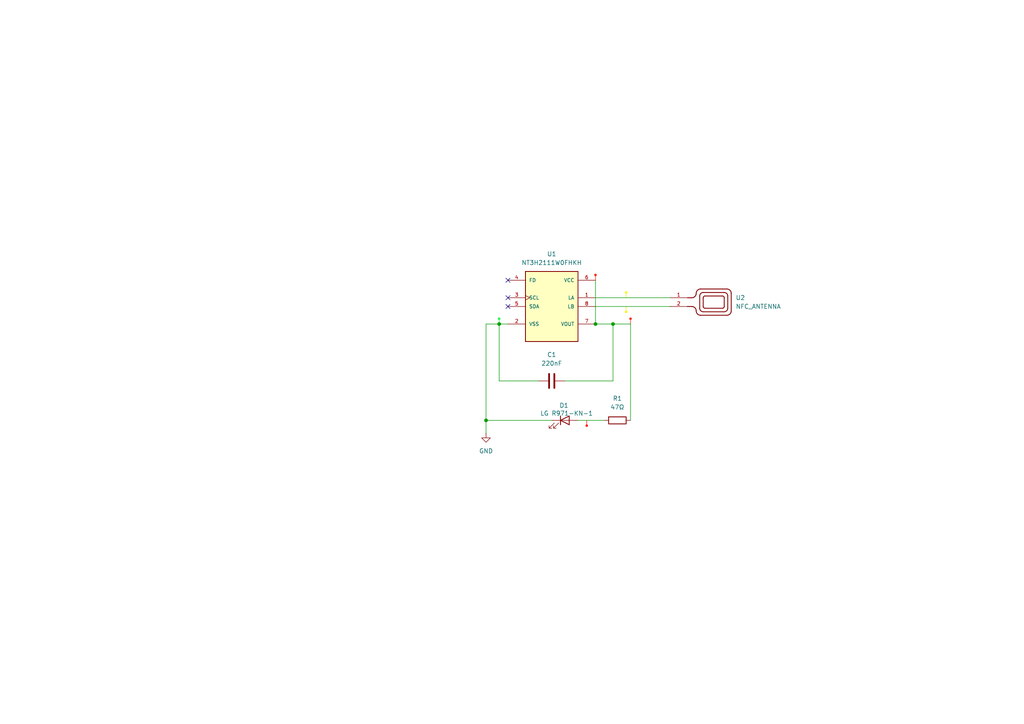
<source format=kicad_sch>
(kicad_sch (version 20231120) (generator "eeschema") (generator_version "8.0")
  (paper "A4")
  (lib_symbols
    (symbol "Device:C" (pin_numbers hide) (pin_names (offset 0.254))
      (property "Reference" "C" (at 0.635 2.54 0))
      (property "Value" "C" (at 0.635 -2.54 0))
      (symbol "C_0_1"
        (polyline (pts (xy -2.032 -0.762) (xy 2.032 -0.762)) (stroke (width 0.508)))
        (polyline (pts (xy -2.032 0.762) (xy 2.032 0.762)) (stroke (width 0.508)))
      )
      (symbol "C_1_1"
        (pin passive line (at 0 3.81 270) (length 2.794) (name "~") (number "1"))
        (pin passive line (at 0 -3.81 90) (length 2.794) (name "~") (number "2"))
      )
    )
    (symbol "Device:LED" (pin_numbers hide) (pin_names (offset 1.016) hide)
      (property "Reference" "D" (at 0 2.54 0))
      (property "Value" "LED" (at 0 -2.54 0))
      (symbol "LED_0_1"
        (polyline (pts (xy -1.27 -1.27) (xy -1.27 1.27)) (stroke (width 0.254)))
        (polyline (pts (xy -1.27 0) (xy 1.27 0)))
        (polyline (pts (xy 1.27 -1.27) (xy 1.27 1.27) (xy -1.27 0) (xy 1.27 -1.27)) (stroke (width 0.254)))
        (polyline (pts (xy -3.048 -0.762) (xy -4.572 -2.286) (xy -3.81 -2.286) (xy -4.572 -2.286) (xy -4.572 -1.524)))
        (polyline (pts (xy -1.778 -0.762) (xy -3.302 -2.286) (xy -2.54 -2.286) (xy -3.302 -2.286) (xy -3.302 -1.524)))
      )
      (symbol "LED_1_1"
        (pin passive line (at -3.81 0 0) (length 2.54) (name "K") (number "1"))
        (pin passive line (at 3.81 0 180) (length 2.54) (name "A") (number "2"))
      )
    )
    (symbol "Device:R" (pin_numbers hide) (pin_names (offset 0))
      (property "Reference" "R" (at 2.032 0 90))
      (property "Value" "R" (at 0 0 90))
      (symbol "R_0_1"
        (rectangle (start -1.016 -2.54) (end 1.016 2.54) (stroke (width 0.254)))
      )
      (symbol "R_1_1"
        (pin passive line (at 0 3.81 270) (length 1.27) (name "~") (number "1"))
        (pin passive line (at 0 -3.81 90) (length 1.27) (name "~") (number "2"))
      )
    )
    (symbol "NFC_ANTENNA:NFC_ANTENNA" (pin_names (offset 1.016))
      (property "Reference" "U" (at 2.54 -0.508 0))
      (property "Value" "NFC_ANTENNA" (at 2.54 9.398 0))
      (symbol "NFC_ANTENNA_0_0"
        (arc (start -6.35 5.08) (mid -5.452 5.452) (end -5.08 6.35) (stroke (width 0.254)))
        (arc (start -5.08 1.27) (mid -5.452 2.168) (end -6.35 2.54) (stroke (width 0.254)))
        (arc (start -5.08 1.27) (mid -4.708 0.372) (end -3.81 0) (stroke (width 0.254)))
        (arc (start -4.064 2.032) (mid -3.7664 1.3136) (end -3.048 1.016) (stroke (width 0.254)))
        (arc (start -3.81 7.62) (mid -4.708 7.248) (end -5.08 6.35) (stroke (width 0.254)))
        (arc (start -3.048 2.54) (mid -2.8992 2.1808) (end -2.54 2.032) (stroke (width 0.254)))
        (arc (start -3.048 6.604) (mid -3.7664 6.3064) (end -4.064 5.588) (stroke (width 0.254)))
        (arc (start -2.54 5.588) (mid -2.8992 5.4392) (end -3.048 5.08) (stroke (width 0.254)))
        (polyline (pts (xy -7.62 5.08) (xy -6.35 5.08)) (stroke (width 0.254)))
        (polyline (pts (xy -6.35 2.54) (xy -7.62 2.54)) (stroke (width 0.254)))
        (polyline (pts (xy -4.064 2.032) (xy -4.064 5.588)) (stroke (width 0.254)))
        (polyline (pts (xy -3.81 7.62) (xy 2.54 7.62)) (stroke (width 0.254)))
        (polyline (pts (xy -3.048 1.016) (xy 3.048 1.016)) (stroke (width 0.254)))
        (polyline (pts (xy -3.048 2.54) (xy -3.048 5.08)) (stroke (width 0.254)))
        (polyline (pts (xy -3.048 6.604) (xy 3.048 6.604)) (stroke (width 0.254)))
        (polyline (pts (xy 2.54 2.032) (xy -2.54 2.032)) (stroke (width 0.254)))
        (polyline (pts (xy 2.54 5.588) (xy -2.54 5.588)) (stroke (width 0.254)))
        (polyline (pts (xy 2.54 7.62) (xy 3.81 7.62)) (stroke (width 0.254)))
        (polyline (pts (xy 3.048 2.54) (xy 3.048 5.08)) (stroke (width 0.254)))
        (polyline (pts (xy 3.81 0) (xy -3.81 0)) (stroke (width 0.254)))
        (polyline (pts (xy 4.064 5.588) (xy 4.064 2.032)) (stroke (width 0.254)))
        (polyline (pts (xy 5.08 6.35) (xy 5.08 1.27)) (stroke (width 0.254)))
        (arc (start 2.54 2.032) (mid 2.8992 2.1808) (end 3.048 2.54) (stroke (width 0.254)))
        (arc (start 3.048 1.016) (mid 3.7664 1.3136) (end 4.064 2.032) (stroke (width 0.254)))
        (arc (start 3.048 5.08) (mid 2.8992 5.4392) (end 2.54 5.588) (stroke (width 0.254)))
        (arc (start 3.81 0) (mid 4.708 0.372) (end 5.08 1.27) (stroke (width 0.254)))
        (arc (start 4.064 5.588) (mid 3.7664 6.3064) (end 3.048 6.604) (stroke (width 0.254)))
        (arc (start 5.08 6.35) (mid 4.708 7.248) (end 3.81 7.62) (stroke (width 0.254)))
        (pin bidirectional line (at -12.7 5.08 0) (length 5.08) (name "~") (number "1"))
        (pin bidirectional line (at -12.7 2.54 0) (length 5.08) (name "~") (number "2"))
      )
    )
    (symbol "NT3H2111W0FHKH:NT3H2111W0FHKH" (pin_names (offset 1.016))
      (property "Reference" "U?" (at 0 15.24 0))
      (property "Value" "NT3H2111W0FHKH" (at 0 12.7 0))
      (symbol "NT3H2111W0FHKH_0_0"
        (rectangle (start -7.62 -10.16) (end 7.62 10.16) (stroke (width 0.254)) (fill (type background)))
        (pin bidirectional line (at 12.7 2.54 180) (length 5.08) (name "LA") (number "1"))
        (pin power_in line (at -12.7 -5.08 0) (length 5.08) (name "VSS") (number "2"))
        (pin input clock (at -12.7 2.54 0) (length 5.08) (name "SCL") (number "3"))
        (pin input line (at -12.7 7.62 0) (length 5.08) (name "FD") (number "4"))
        (pin bidirectional line (at -12.7 0 0) (length 5.08) (name "SDA") (number "5"))
        (pin power_in line (at 12.7 7.62 180) (length 5.08) (name "VCC") (number "6"))
        (pin output line (at 12.7 -5.08 180) (length 5.08) (name "VOUT") (number "7"))
        (pin bidirectional line (at 12.7 0 180) (length 5.08) (name "LB") (number "8"))
      )
    )
    (symbol "power:GND" (power) (pin_numbers hide) (pin_names (offset 0) hide)
      (property "Value" "GND" (at 0 -3.81 0))
      (symbol "GND_0_1"
        (polyline (pts (xy 0 0) (xy 0 -1.27) (xy 1.27 -1.27) (xy 0 -2.54) (xy -1.27 -1.27) (xy 0 -1.27)))
      )
      (symbol "GND_1_1"
        (pin power_in line (at 0 0 270) (length 0) (name "~") (number "1"))
      )
    )
  )
  (junction (at 172.72 93.98))
  (junction (at 140.97 121.92))
  (junction (at 144.78 93.98))
  (junction (at 177.8 93.98))
  (no_connect (at 147.32 86.36))
  (no_connect (at 147.32 88.9))
  (no_connect (at 147.32 81.28))
  (wire (pts (xy 172.72 81.28) (xy 172.72 93.98)))
  (wire (pts (xy 167.64 121.92) (xy 175.26 121.92)))
  (wire (pts (xy 140.97 121.92) (xy 140.97 125.73)))
  (wire (pts (xy 144.78 110.49) (xy 156.21 110.49)))
  (wire (pts (xy 140.97 93.98) (xy 140.97 121.92)))
  (wire (pts (xy 172.72 88.9) (xy 194.31 88.9)))
  (wire (pts (xy 140.97 93.98) (xy 144.78 93.98)))
  (wire (pts (xy 177.8 93.98) (xy 177.8 110.49)))
  (wire (pts (xy 147.32 93.98) (xy 144.78 93.98)))
  (wire (pts (xy 177.8 93.98) (xy 182.88 93.98)))
  (wire (pts (xy 144.78 93.98) (xy 144.78 110.49)))
  (wire (pts (xy 172.72 93.98) (xy 177.8 93.98)))
  (wire (pts (xy 172.72 86.36) (xy 194.31 86.36)))
  (wire (pts (xy 177.8 110.49) (xy 163.83 110.49)))
  (wire (pts (xy 140.97 121.92) (xy 160.02 121.92)))
  (wire (pts (xy 182.88 93.98) (xy 182.88 121.92)))
  (netclass_flag "" (length 1.54) (shape dot) (at 172.72 81.28 0) (property "Netclass" "Power" (effects (hide yes))))
  (netclass_flag "" (length 1.54) (shape dot) (at 181.61 88.9 180) (property "Netclass" "Antenna" (effects (hide yes))))
  (netclass_flag "" (length 1.54) (shape dot) (at 144.78 93.98 0) (property "Netclass" "GND" (effects (hide yes))))
  (netclass_flag "" (length 1.54) (shape dot) (at 182.88 93.98 0) (property "Netclass" "Power" (effects (hide yes))))
  (netclass_flag "" (length 1.54) (shape dot) (at 170.18 121.92 180) (property "Netclass" "Power" (effects (hide yes))))
  (netclass_flag "" (length 1.54) (shape dot) (at 181.61 86.36 0) (property "Netclass" "Antenna" (effects (hide yes))))
  (symbol (lib_id "Device:C") (at 160.02 110.49 270) (unit 1)
    (property "Reference" "C1" (at 160.02 102.87 90))
    (property "Value" "220nF" (at 160.02 105.41 90))
    (property "Footprint" "Capacitor_SMD:C_0603_1608Metric" (effects (hide yes)))
    (property "Description" "Unpolarized capacitor" (effects (hide yes)))
  )
  (symbol (lib_id "Device:LED") (at 163.83 121.92 0) (unit 1)
    (property "Reference" "D1" (at 163.576 117.602 0))
    (property "Value" "LG R971-KN-1" (at 164.338 119.888 0))
    (property "Footprint" "LED_SMD:LED_0201_0603Metric" (effects (hide yes)))
    (property "Description" "Light emitting diode" (effects (hide yes)))
  )
  (symbol (lib_id "NT3H2111W0FHKH:NT3H2111W0FHKH") (at 160.02 88.9 0) (unit 1)
    (property "Reference" "U1" (at 160.02 73.66 0))
    (property "Value" "NT3H2111W0FHKH" (at 160.02 76.2 0))
    (property "Footprint" "NT3H2111W0FHKH (1):QFN8P50_160X160X50L40X20N" (effects (hide yes)))
    (property "MF" "NXP USA" (effects (hide yes)))
    (property "Description_1" "\n                        \n                            RFID Reader/Transponder IC 13.56MHz ISO 14443, NFC I²C 1.67V ~ 3.6V 8-XFQFN Exposed Pad\n                        \n" (effects (hide yes)))
    (property "Package" "Package" (effects (hide yes)))
    (property "Price" "None" (effects (hide yes)))
    (property "Check_prices" "https://www.snapeda.com/parts/NT3H2111W0FHKH/NXP+Semiconductors/view-part/?ref=eda" (effects (hide yes)))
    (property "SnapEDA_Link" "https://www.snapeda.com/parts/NT3H2111W0FHKH/NXP+Semiconductors/view-part/?ref=snap" (effects (hide yes)))
    (property "MP" "NT3H2111W0FHKH" (effects (hide yes)))
    (property "Availability" "In Stock" (effects (hide yes)))
    (property "MANUFACTURER" "NXP Semiconductors" (effects (hide yes)))
  )
  (symbol (lib_id "power:GND") (at 140.97 125.73 0) (unit 1)
    (property "Reference" "#PWR01" (effects (hide yes)))
    (property "Value" "GND" (at 140.97 130.81 0))
    (property "Description" "Power symbol creates a global label with name \"GND\" , ground" (effects (hide yes)))
  )
  (symbol (lib_id "NFC_ANTENNA:NFC_ANTENNA") (at 207.01 91.44 0) (unit 1)
    (property "Reference" "U2" (at 213.36 86.3599 0) (effects (justify left)))
    (property "Value" "NFC_ANTENNA" (at 213.36 88.8999 0) (effects (justify left)))
    (property "Footprint" "25X48MM_NFC_ANTENNA_EXPOSED_COPPER:25X48MM_NFC_ANTENNA" (effects (hide yes)))
    (property "MF" "aconno" (effects (hide yes)))
    (property "Description_1" "\n                        \n                            13.56MHz NFC Tag Emulator Passive Antenna - RFID/NFC RF Antenna\n                        \n" (effects (hide yes)))
    (property "Package" "None" (effects (hide yes)))
    (property "Price" "None" (effects (hide yes)))
    (property "SnapEDA_Link" "https://www.snapeda.com/parts/NFC%20Antenna/Connor/view-part/?ref=snap" (effects (hide yes)))
    (property "MP" "NFC Antenna" (effects (hide yes)))
    (property "Availability" "In Stock" (effects (hide yes)))
    (property "Check_prices" "https://www.snapeda.com/parts/NFC%20Antenna/Connor/view-part/?ref=eda" (effects (hide yes)))
  )
  (symbol (lib_id "Device:R") (at 179.07 121.92 90) (unit 1)
    (property "Reference" "R1" (at 179.07 115.57 90))
    (property "Value" "47Ω" (at 179.07 118.11 90))
    (property "Footprint" "Resistor_SMD:R_0603_1608Metric" (effects (hide yes)))
    (property "Description" "Resistor" (effects (hide yes)))
  )
)
</source>
